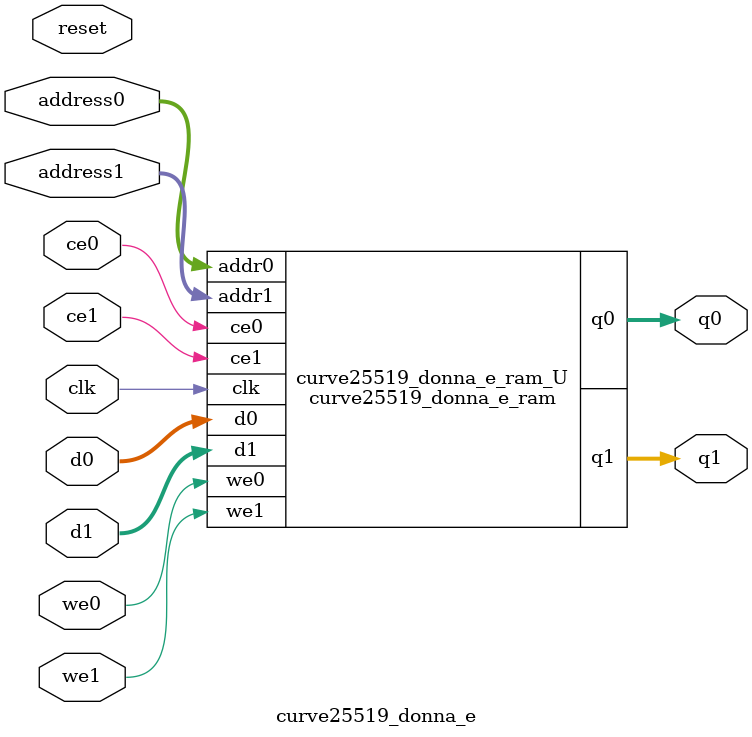
<source format=v>

`timescale 1 ns / 1 ps
module curve25519_donna_e_ram (addr0, ce0, d0, we0, q0, addr1, ce1, d1, we1, q1,  clk);

parameter DWIDTH = 8;
parameter AWIDTH = 5;
parameter MEM_SIZE = 32;

input[AWIDTH-1:0] addr0;
input ce0;
input[DWIDTH-1:0] d0;
input we0;
output reg[DWIDTH-1:0] q0;
input[AWIDTH-1:0] addr1;
input ce1;
input[DWIDTH-1:0] d1;
input we1;
output reg[DWIDTH-1:0] q1;
input clk;

(* ram_style = "block" *)reg [DWIDTH-1:0] ram[0:MEM_SIZE-1];




always @(posedge clk)  
begin 
    if (ce0) 
    begin
        if (we0) 
        begin 
            ram[addr0] <= d0; 
            q0 <= d0;
        end 
        else 
            q0 <= ram[addr0];
    end
end


always @(posedge clk)  
begin 
    if (ce1) 
    begin
        if (we1) 
        begin 
            ram[addr1] <= d1; 
            q1 <= d1;
        end 
        else 
            q1 <= ram[addr1];
    end
end


endmodule


`timescale 1 ns / 1 ps
module curve25519_donna_e(
    reset,
    clk,
    address0,
    ce0,
    we0,
    d0,
    q0,
    address1,
    ce1,
    we1,
    d1,
    q1);

parameter DataWidth = 32'd8;
parameter AddressRange = 32'd32;
parameter AddressWidth = 32'd5;
input reset;
input clk;
input[AddressWidth - 1:0] address0;
input ce0;
input we0;
input[DataWidth - 1:0] d0;
output[DataWidth - 1:0] q0;
input[AddressWidth - 1:0] address1;
input ce1;
input we1;
input[DataWidth - 1:0] d1;
output[DataWidth - 1:0] q1;



curve25519_donna_e_ram curve25519_donna_e_ram_U(
    .clk( clk ),
    .addr0( address0 ),
    .ce0( ce0 ),
    .d0( d0 ),
    .we0( we0 ),
    .q0( q0 ),
    .addr1( address1 ),
    .ce1( ce1 ),
    .d1( d1 ),
    .we1( we1 ),
    .q1( q1 ));

endmodule


</source>
